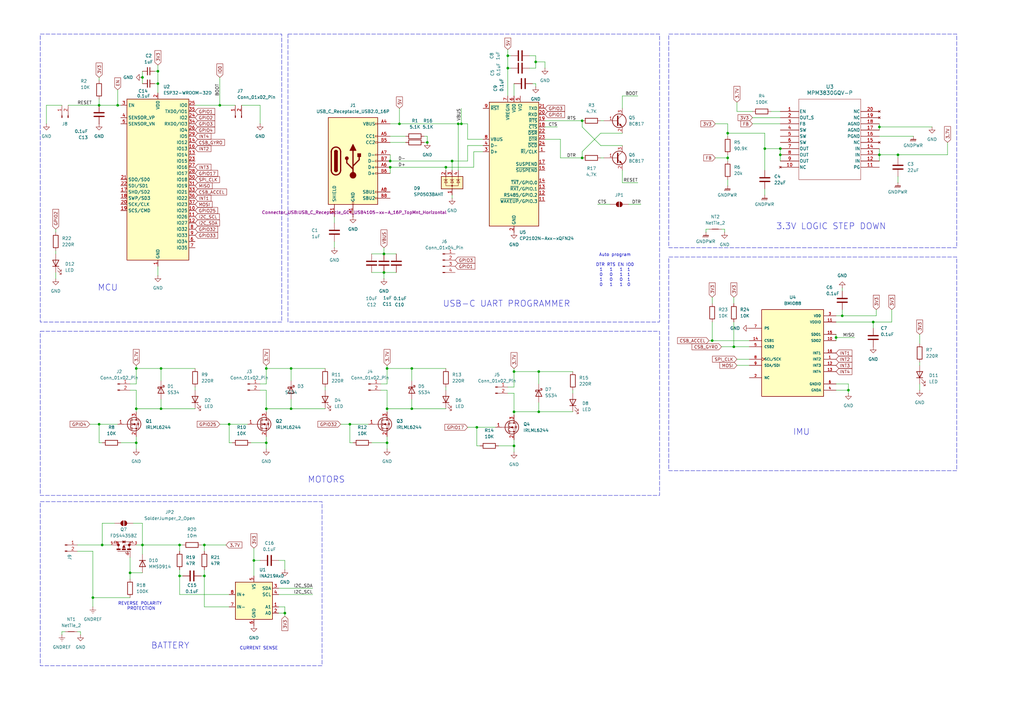
<source format=kicad_sch>
(kicad_sch (version 20231120) (generator "eeschema") (generator_version "8.0")
  (paper "A3")
  (junction (at 238.76 64.77))
  (junction (at 41.91 223.52))
  (junction (at 104.14 229.87))
  (junction (at 109.22 167.64))
  (junction (at 175.26 58.42))
  (junction (at 358.14 132.08))
  (junction (at 73.66 223.52))
  (junction (at 64.77 29.21))
  (junction (at 163.83 50.8))
  (junction (at 238.76 49.53))
  (junction (at 38.1 245.11))
  (junction (at 368.3 63.5))
  (junction (at 66.04 167.64))
  (junction (at 182.88 68.58))
  (junction (at 298.45 54.61))
  (junction (at 160.02 66.04))
  (junction (at 160.02 68.58))
  (junction (at 53.34 234.95))
  (junction (at 360.68 52.07))
  (junction (at 64.77 34.29))
  (junction (at 195.58 175.26))
  (junction (at 90.17 43.18))
  (junction (at 158.75 151.13))
  (junction (at 55.88 181.61))
  (junction (at 208.28 22.86))
  (junction (at 168.91 167.64))
  (junction (at 320.04 63.5))
  (junction (at 109.22 151.13))
  (junction (at 208.28 27.94))
  (junction (at 347.98 160.02))
  (junction (at 58.42 31.75))
  (junction (at 168.91 151.13))
  (junction (at 157.48 104.14))
  (junction (at 292.1 139.7))
  (junction (at 58.42 223.52))
  (junction (at 342.9 138.43))
  (junction (at 187.96 50.8))
  (junction (at 220.98 152.4))
  (junction (at 300.99 142.24))
  (junction (at 83.82 236.22))
  (junction (at 210.82 152.4))
  (junction (at 40.64 43.18))
  (junction (at 48.26 43.18))
  (junction (at 298.45 64.77))
  (junction (at 55.88 167.64))
  (junction (at 360.68 63.5))
  (junction (at 109.22 181.61))
  (junction (at 158.75 167.64))
  (junction (at 320.04 60.96))
  (junction (at 119.38 151.13))
  (junction (at 210.82 182.88))
  (junction (at 119.38 167.64))
  (junction (at 313.69 60.96))
  (junction (at 220.98 168.91))
  (junction (at 93.98 173.99))
  (junction (at 83.82 223.52))
  (junction (at 219.71 25.4))
  (junction (at 158.75 181.61))
  (junction (at 73.66 236.22))
  (junction (at 143.51 173.99))
  (junction (at 345.44 129.54))
  (junction (at 189.23 50.8))
  (junction (at 66.04 151.13))
  (junction (at 40.64 173.99))
  (junction (at 185.42 66.04))
  (junction (at 116.84 251.46))
  (junction (at 210.82 168.91))
  (junction (at 55.88 151.13))
  (junction (at 157.48 111.76))
  (wire (pts (xy 191.77 57.15) (xy 198.12 57.15)))
  (wire (pts (xy 293.37 50.8) (xy 298.45 50.8)))
  (wire (pts (xy 196.85 182.88) (xy 195.58 182.88)))
  (wire (pts (xy 229.87 64.77) (xy 238.76 64.77)))
  (wire (pts (xy 210.82 168.91) (xy 210.82 170.18)))
  (wire (pts (xy 360.68 52.07) (xy 360.68 50.8)))
  (wire (pts (xy 48.26 43.18) (xy 49.53 43.18)))
  (wire (pts (xy 40.64 181.61) (xy 40.64 173.99)))
  (wire (pts (xy 358.14 132.08) (xy 365.76 132.08)))
  (wire (pts (xy 175.26 55.88) (xy 173.99 55.88)))
  (wire (pts (xy 187.96 50.8) (xy 187.96 69.85)))
  (wire (pts (xy 297.18 95.25) (xy 297.18 93.98)))
  (wire (pts (xy 114.3 251.46) (xy 116.84 251.46)))
  (wire (pts (xy 194.31 68.58) (xy 194.31 62.23)))
  (wire (pts (xy 66.04 151.13) (xy 66.04 156.21)))
  (wire (pts (xy 38.1 248.92) (xy 38.1 245.11)))
  (wire (pts (xy 246.38 49.53) (xy 247.65 49.53)))
  (wire (pts (xy 313.69 60.96) (xy 320.04 60.96)))
  (wire (pts (xy 223.52 25.4) (xy 219.71 25.4)))
  (wire (pts (xy 261.62 39.37) (xy 255.27 39.37)))
  (wire (pts (xy 143.51 181.61) (xy 143.51 173.99)))
  (wire (pts (xy 302.26 45.72) (xy 302.26 41.91)))
  (wire (pts (xy 210.82 152.4) (xy 220.98 152.4)))
  (wire (pts (xy 55.88 223.52) (xy 58.42 223.52)))
  (wire (pts (xy 255.27 54.61) (xy 246.38 54.61)))
  (wire (pts (xy 55.88 179.07) (xy 55.88 181.61)))
  (wire (pts (xy 298.45 50.8) (xy 298.45 54.61)))
  (wire (pts (xy 55.88 160.02) (xy 55.88 167.64)))
  (wire (pts (xy 116.84 252.73) (xy 116.84 251.46)))
  (wire (pts (xy 189.23 44.45) (xy 189.23 50.8)))
  (wire (pts (xy 40.64 173.99) (xy 48.26 173.99)))
  (wire (pts (xy 365.76 132.08) (xy 365.76 127)))
  (wire (pts (xy 298.45 64.77) (xy 298.45 66.04)))
  (wire (pts (xy 22.86 95.25) (xy 22.86 93.98)))
  (wire (pts (xy 210.82 151.13) (xy 210.82 152.4)))
  (wire (pts (xy 49.53 181.61) (xy 55.88 181.61)))
  (wire (pts (xy 82.55 223.52) (xy 83.82 223.52)))
  (wire (pts (xy 55.88 151.13) (xy 66.04 151.13)))
  (wire (pts (xy 55.88 151.13) (xy 55.88 157.48)))
  (wire (pts (xy 245.11 83.82) (xy 250.19 83.82)))
  (wire (pts (xy 208.28 20.32) (xy 208.28 22.86)))
  (wire (pts (xy 255.27 74.93) (xy 255.27 69.85)))
  (wire (pts (xy 191.77 59.69) (xy 198.12 59.69)))
  (wire (pts (xy 194.31 62.23) (xy 198.12 62.23)))
  (wire (pts (xy 308.61 50.8) (xy 320.04 50.8)))
  (wire (pts (xy 388.62 63.5) (xy 388.62 58.42)))
  (wire (pts (xy 209.55 22.86) (xy 208.28 22.86)))
  (wire (pts (xy 219.71 22.86) (xy 219.71 25.4)))
  (wire (pts (xy 223.52 57.15) (xy 229.87 57.15)))
  (wire (pts (xy 54.61 214.63) (xy 58.42 214.63)))
  (wire (pts (xy 298.45 63.5) (xy 298.45 64.77)))
  (wire (pts (xy 238.76 62.23) (xy 238.76 64.77)))
  (wire (pts (xy 160.02 68.58) (xy 182.88 68.58)))
  (wire (pts (xy 257.81 83.82) (xy 262.89 83.82)))
  (wire (pts (xy 229.87 57.15) (xy 229.87 64.77)))
  (wire (pts (xy 220.98 152.4) (xy 220.98 157.48)))
  (wire (pts (xy 234.95 160.02) (xy 234.95 161.29)))
  (wire (pts (xy 73.66 236.22) (xy 73.66 243.84)))
  (wire (pts (xy 342.9 138.43) (xy 342.9 139.7)))
  (wire (pts (xy 168.91 151.13) (xy 168.91 156.21)))
  (wire (pts (xy 41.91 181.61) (xy 40.64 181.61)))
  (wire (pts (xy 208.28 27.94) (xy 208.28 39.37)))
  (wire (pts (xy 83.82 236.22) (xy 82.55 236.22)))
  (wire (pts (xy 58.42 223.52) (xy 73.66 223.52)))
  (wire (pts (xy 53.34 234.95) (xy 53.34 237.49)))
  (wire (pts (xy 119.38 151.13) (xy 119.38 156.21)))
  (wire (pts (xy 158.75 181.61) (xy 158.75 184.15)))
  (wire (pts (xy 80.01 43.18) (xy 90.17 43.18)))
  (wire (pts (xy 368.3 64.77) (xy 368.3 63.5)))
  (wire (pts (xy 152.4 181.61) (xy 158.75 181.61)))
  (wire (pts (xy 53.34 228.6) (xy 53.34 234.95)))
  (wire (pts (xy 342.9 160.02) (xy 347.98 160.02)))
  (wire (pts (xy 182.88 68.58) (xy 194.31 68.58)))
  (wire (pts (xy 342.9 132.08) (xy 358.14 132.08)))
  (wire (pts (xy 38.1 245.11) (xy 53.34 245.11)))
  (wire (pts (xy 320.04 60.96) (xy 320.04 63.5)))
  (wire (pts (xy 41.91 214.63) (xy 41.91 223.52)))
  (wire (pts (xy 109.22 151.13) (xy 109.22 157.48)))
  (wire (pts (xy 300.99 121.92) (xy 300.99 124.46)))
  (wire (pts (xy 189.23 50.8) (xy 191.77 50.8)))
  (wire (pts (xy 158.75 149.86) (xy 158.75 151.13)))
  (wire (pts (xy 210.82 161.29) (xy 210.82 168.91)))
  (wire (pts (xy 185.42 66.04) (xy 185.42 69.85)))
  (wire (pts (xy 160.02 50.8) (xy 163.83 50.8)))
  (wire (pts (xy 342.9 138.43) (xy 350.52 138.43)))
  (wire (pts (xy 27.94 43.18) (xy 40.64 43.18)))
  (wire (pts (xy 168.91 163.83) (xy 168.91 167.64)))
  (wire (pts (xy 208.28 161.29) (xy 210.82 161.29)))
  (wire (pts (xy 160.02 63.5) (xy 160.02 66.04)))
  (wire (pts (xy 191.77 66.04) (xy 191.77 59.69)))
  (wire (pts (xy 40.64 31.75) (xy 40.64 33.02)))
  (wire (pts (xy 83.82 233.68) (xy 83.82 236.22)))
  (wire (pts (xy 36.83 173.99) (xy 40.64 173.99)))
  (wire (pts (xy 95.25 181.61) (xy 93.98 181.61)))
  (wire (pts (xy 109.22 157.48) (xy 106.68 157.48)))
  (wire (pts (xy 55.88 181.61) (xy 55.88 184.15)))
  (wire (pts (xy 298.45 54.61) (xy 313.69 54.61)))
  (wire (pts (xy 220.98 165.1) (xy 220.98 168.91)))
  (wire (pts (xy 345.44 127) (xy 345.44 129.54)))
  (wire (pts (xy 185.42 80.01) (xy 185.42 81.28)))
  (wire (pts (xy 158.75 151.13) (xy 158.75 157.48)))
  (wire (pts (xy 298.45 54.61) (xy 298.45 55.88)))
  (wire (pts (xy 210.82 34.29) (xy 210.82 39.37)))
  (wire (pts (xy 90.17 31.75) (xy 90.17 43.18)))
  (wire (pts (xy 359.41 127) (xy 359.41 129.54)))
  (wire (pts (xy 114.3 241.3) (xy 128.27 241.3)))
  (wire (pts (xy 158.75 167.64) (xy 168.91 167.64)))
  (wire (pts (xy 106.68 50.8) (xy 106.68 43.18)))
  (wire (pts (xy 368.3 72.39) (xy 368.3 74.93)))
  (wire (pts (xy 316.23 45.72) (xy 320.04 45.72)))
  (wire (pts (xy 360.68 63.5) (xy 360.68 66.04)))
  (wire (pts (xy 195.58 182.88) (xy 195.58 175.26)))
  (wire (pts (xy 73.66 233.68) (xy 73.66 236.22)))
  (wire (pts (xy 307.34 139.7) (xy 292.1 139.7)))
  (wire (pts (xy 137.16 99.06) (xy 137.16 101.6)))
  (wire (pts (xy 31.75 223.52) (xy 41.91 223.52)))
  (wire (pts (xy 33.02 259.08) (xy 31.75 259.08)))
  (wire (pts (xy 158.75 160.02) (xy 158.75 167.64)))
  (wire (pts (xy 133.35 151.13) (xy 119.38 151.13)))
  (wire (pts (xy 90.17 43.18) (xy 96.52 43.18)))
  (wire (pts (xy 160.02 66.04) (xy 185.42 66.04)))
  (wire (pts (xy 157.48 111.76) (xy 157.48 114.3)))
  (wire (pts (xy 19.05 43.18) (xy 19.05 50.8)))
  (wire (pts (xy 106.68 160.02) (xy 109.22 160.02)))
  (wire (pts (xy 163.83 44.45) (xy 163.83 50.8)))
  (wire (pts (xy 73.66 223.52) (xy 73.66 226.06)))
  (wire (pts (xy 300.99 132.08) (xy 300.99 142.24)))
  (wire (pts (xy 58.42 214.63) (xy 58.42 223.52)))
  (wire (pts (xy 58.42 31.75) (xy 58.42 34.29)))
  (wire (pts (xy 208.28 22.86) (xy 208.28 27.94)))
  (wire (pts (xy 360.68 52.07) (xy 360.68 53.34)))
  (wire (pts (xy 64.77 26.67) (xy 64.77 29.21)))
  (wire (pts (xy 48.26 36.83) (xy 48.26 43.18)))
  (wire (pts (xy 158.75 157.48) (xy 156.21 157.48)))
  (wire (pts (xy 238.76 52.07) (xy 246.38 59.69)))
  (wire (pts (xy 143.51 173.99) (xy 151.13 173.99)))
  (wire (pts (xy 144.78 181.61) (xy 143.51 181.61)))
  (wire (pts (xy 292.1 121.92) (xy 292.1 124.46)))
  (wire (pts (xy 347.98 160.02) (xy 347.98 157.48)))
  (wire (pts (xy 308.61 48.26) (xy 320.04 48.26)))
  (wire (pts (xy 25.4 259.08) (xy 26.67 259.08)))
  (wire (pts (xy 93.98 173.99) (xy 101.6 173.99)))
  (wire (pts (xy 25.4 260.35) (xy 25.4 259.08)))
  (wire (pts (xy 298.45 73.66) (xy 298.45 76.2)))
  (wire (pts (xy 300.99 142.24) (xy 295.91 142.24)))
  (wire (pts (xy 109.22 151.13) (xy 119.38 151.13)))
  (wire (pts (xy 342.9 129.54) (xy 345.44 129.54)))
  (wire (pts (xy 19.05 43.18) (xy 25.4 43.18)))
  (wire (pts (xy 182.88 158.75) (xy 182.88 160.02)))
  (wire (pts (xy 38.1 226.06) (xy 31.75 226.06)))
  (wire (pts (xy 377.19 149.86) (xy 377.19 148.59)))
  (wire (pts (xy 116.84 229.87) (xy 114.3 229.87)))
  (wire (pts (xy 163.83 50.8) (xy 187.96 50.8)))
  (wire (pts (xy 377.19 160.02) (xy 377.19 157.48)))
  (wire (pts (xy 347.98 161.29) (xy 347.98 160.02)))
  (wire (pts (xy 41.91 223.52) (xy 45.72 223.52)))
  (wire (pts (xy 90.17 173.99) (xy 93.98 173.99)))
  (wire (pts (xy 255.27 39.37) (xy 255.27 44.45)))
  (wire (pts (xy 109.22 149.86) (xy 109.22 151.13)))
  (wire (pts (xy 119.38 167.64) (xy 133.35 167.64)))
  (wire (pts (xy 360.68 63.5) (xy 368.3 63.5)))
  (wire (pts (xy 220.98 168.91) (xy 234.95 168.91)))
  (wire (pts (xy 80.01 151.13) (xy 66.04 151.13)))
  (wire (pts (xy 80.01 158.75) (xy 80.01 160.02)))
  (wire (pts (xy 66.04 167.64) (xy 80.01 167.64)))
  (wire (pts (xy 289.56 93.98) (xy 289.56 95.25)))
  (wire (pts (xy 83.82 236.22) (xy 83.82 248.92)))
  (wire (pts (xy 209.55 27.94) (xy 208.28 27.94)))
  (wire (pts (xy 223.52 49.53) (xy 238.76 49.53)))
  (wire (pts (xy 166.37 55.88) (xy 160.02 55.88)))
  (wire (pts (xy 345.44 118.11) (xy 345.44 119.38)))
  (wire (pts (xy 160.02 68.58) (xy 160.02 71.12)))
  (wire (pts (xy 22.86 104.14) (xy 22.86 102.87)))
  (wire (pts (xy 157.48 101.6) (xy 157.48 104.14)))
  (wire (pts (xy 64.77 29.21) (xy 64.77 34.29)))
  (wire (pts (xy 292.1 132.08) (xy 292.1 139.7)))
  (wire (pts (xy 58.42 223.52) (xy 58.42 227.33)))
  (wire (pts (xy 152.4 104.14) (xy 157.48 104.14)))
  (wire (pts (xy 53.34 160.02) (xy 55.88 160.02)))
  (wire (pts (xy 40.64 43.18) (xy 48.26 43.18)))
  (wire (pts (xy 83.82 223.52) (xy 92.71 223.52)))
  (wire (pts (xy 166.37 58.42) (xy 160.02 58.42)))
  (wire (pts (xy 109.22 167.64) (xy 109.22 168.91)))
  (wire (pts (xy 246.38 64.77) (xy 247.65 64.77)))
  (wire (pts (xy 157.48 104.14) (xy 162.56 104.14)))
  (wire (pts (xy 358.14 132.08) (xy 358.14 134.62)))
  (wire (pts (xy 33.02 260.35) (xy 33.02 259.08)))
  (wire (pts (xy 210.82 180.34) (xy 210.82 182.88)))
  (wire (pts (xy 93.98 181.61) (xy 93.98 173.99)))
  (wire (pts (xy 73.66 243.84) (xy 93.98 243.84)))
  (wire (pts (xy 377.19 140.97) (xy 377.19 137.16)))
  (wire (pts (xy 302.26 147.32) (xy 307.34 147.32)))
  (wire (pts (xy 64.77 34.29) (xy 64.77 38.1)))
  (wire (pts (xy 368.3 63.5) (xy 388.62 63.5)))
  (wire (pts (xy 55.88 149.86) (xy 55.88 151.13)))
  (wire (pts (xy 360.68 60.96) (xy 360.68 63.5)))
  (wire (pts (xy 158.75 151.13) (xy 168.91 151.13)))
  (wire (pts (xy 137.16 88.9) (xy 137.16 91.44)))
  (wire (pts (xy 109.22 179.07) (xy 109.22 181.61)))
  (wire (pts (xy 58.42 29.21) (xy 58.42 31.75)))
  (wire (pts (xy 261.62 74.93) (xy 255.27 74.93)))
  (wire (pts (xy 219.71 25.4) (xy 219.71 27.94)))
  (wire (pts (xy 63.5 34.29) (xy 64.77 34.29)))
  (wire (pts (xy 191.77 175.26) (xy 195.58 175.26)))
  (wire (pts (xy 109.22 167.64) (xy 119.38 167.64)))
  (wire (pts (xy 182.88 68.58) (xy 182.88 69.85)))
  (wire (pts (xy 109.22 181.61) (xy 109.22 184.15)))
  (wire (pts (xy 290.83 93.98) (xy 289.56 93.98)))
  (wire (pts (xy 66.04 163.83) (xy 66.04 167.64)))
  (wire (pts (xy 152.4 111.76) (xy 157.48 111.76)))
  (wire (pts (xy 219.71 22.86) (xy 217.17 22.86)))
  (wire (pts (xy 320.04 63.5) (xy 320.04 66.04)))
  (wire (pts (xy 156.21 160.02) (xy 158.75 160.02)))
  (wire (pts (xy 116.84 248.92) (xy 114.3 248.92)))
  (wire (pts (xy 46.99 214.63) (xy 41.91 214.63)))
  (wire (pts (xy 219.71 27.94) (xy 217.17 27.94)))
  (wire (pts (xy 308.61 45.72) (xy 302.26 45.72)))
  (wire (pts (xy 223.52 27.94) (xy 223.52 25.4)))
  (wire (pts (xy 297.18 93.98) (xy 295.91 93.98)))
  (wire (pts (xy 104.14 224.79) (xy 104.14 229.87)))
  (wire (pts (xy 293.37 64.77) (xy 298.45 64.77)))
  (wire (pts (xy 22.86 114.3) (xy 22.86 111.76)))
  (wire (pts (xy 313.69 54.61) (xy 313.69 60.96)))
  (wire (pts (xy 109.22 160.02) (xy 109.22 167.64)))
  (wire (pts (xy 187.96 50.8) (xy 189.23 50.8)))
  (wire (pts (xy 63.5 29.21) (xy 64.77 29.21)))
  (wire (pts (xy 119.38 163.83) (xy 119.38 167.64)))
  (wire (pts (xy 55.88 167.64) (xy 55.88 168.91)))
  (wire (pts (xy 342.9 138.43) (xy 342.9 137.16)))
  (wire (pts (xy 114.3 243.84) (xy 128.27 243.84)))
  (wire (pts (xy 290.83 139.7) (xy 292.1 139.7)))
  (wire (pts (xy 73.66 236.22) (xy 74.93 236.22)))
  (wire (pts (xy 64.77 109.22) (xy 64.77 113.03)))
  (wire (pts (xy 234.95 152.4) (xy 220.98 152.4)))
  (wire (pts (xy 313.69 77.47) (xy 313.69 80.01)))
  (wire (pts (xy 307.34 142.24) (xy 300.99 142.24)))
  (wire (pts (xy 238.76 49.53) (xy 238.76 52.07)))
  (wire (pts (xy 158.75 179.07) (xy 158.75 181.61)))
  (wire (pts (xy 99.06 43.18) (xy 106.68 43.18)))
  (wire (pts (xy 204.47 182.88) (xy 210.82 182.88)))
  (wire (pts (xy 55.88 167.64) (xy 66.04 167.64)))
  (wire (pts (xy 345.44 129.54) (xy 359.41 129.54)))
  (wire (pts (xy 382.27 52.07) (xy 360.68 52.07)))
  (wire (pts (xy 302.26 149.86) (xy 307.34 149.86)))
  (wire (pts (xy 182.88 151.13) (xy 168.91 151.13)))
  (wire (pts (xy 175.26 58.42) (xy 173.99 58.42)))
  (wire (pts (xy 139.7 173.99) (xy 143.51 173.99)))
  (wire (pts (xy 313.69 60.96) (xy 313.69 69.85)))
  (wire (pts (xy 40.64 40.64) (xy 40.64 43.18)))
  (wire (pts (xy 175.26 58.42) (xy 175.26 55.88)))
  (wire (pts (xy 374.65 55.88) (xy 360.68 55.88)))
  (wire (pts (xy 158.75 167.64) (xy 158.75 168.91)))
  (wire (pts (xy 185.42 66.04) (xy 191.77 66.04)))
  (wire (pts (xy 347.98 157.48) (xy 342.9 157.48)))
  (wire (pts (xy 73.66 223.52) (xy 74.93 223.52)))
  (wire (pts (xy 223.52 52.07) (xy 228.6 52.07)))
  (wire (pts (xy 255.27 59.69) (xy 246.38 59.69)))
  (wire (pts (xy 102.87 181.61) (xy 109.22 181.61)))
  (wire (pts (xy 104.14 229.87) (xy 104.14 236.22)))
  (wire (pts (xy 53.34 234.95) (xy 58.42 234.95)))
  (wire (pts (xy 157.48 111.76) (xy 162.56 111.76)))
  (wire (pts (xy 210.82 182.88) (xy 210.82 185.42)))
  (wire (pts (xy 219.71 35.56) (xy 219.71 34.29)))
  (wire (pts (xy 116.84 233.68) (xy 116.84 229.87)))
  (wire (pts (xy 116.84 251.46) (xy 116.84 248.92)))
  (wire (pts (xy 55.88 157.48) (xy 53.34 157.48)))
  (wire (pts (xy 191.77 50.8) (xy 191.77 57.15)))
  (wire (pts (xy 246.38 54.61) (xy 238.76 62.23)))
  (wire (pts (xy 210.82 168.91) (xy 220.98 168.91)))
  (wire (pts (xy 210.82 152.4) (xy 210.82 158.75)))
  (wire (pts (xy 168.91 167.64) (xy 182.88 167.64)))
  (wire (pts (xy 195.58 175.26) (xy 203.2 175.26)))
  (wire (pts (xy 83.82 248.92) (xy 93.98 248.92)))
  (wire (pts (xy 38.1 226.06) (xy 38.1 245.11)))
  (wire (pts (xy 83.82 223.52) (xy 83.82 226.06)))
  (wire (pts (xy 210.82 158.75) (xy 208.28 158.75)))
  (wire (pts (xy 219.71 34.29) (xy 218.44 34.29)))
  (wire (pts (xy 133.35 158.75) (xy 133.35 160.02)))
  (wire (pts (xy 106.68 229.87) (xy 104.14 229.87)))
  (rectangle (start 274.32 13.97) (end 392.43 101.6) (stroke (width 0) (type dash)))
  (rectangle (start 274.32 105.41) (end 392.43 193.04) (stroke (width 0) (type dash)))
  (rectangle (start 16.51 205.74) (end 132.08 273.05) (stroke (width 0) (type dash)))
  (rectangle (start 16.51 13.97) (end 115.57 132.08) (stroke (width 0) (type dash)))
  (rectangle (start 118.11 13.97) (end 270.51 132.08) (stroke (width 0) (type dash)))
  (rectangle (start 16.51 135.89) (end 270.51 203.2) (stroke (width 0) (type dash)))
  (text "CURRENT SENSE" (at 106.172 265.938 0) (effects (font (size 1.27 1.27))))
  (text "MOTORS" (at 133.858 196.85 0) (effects (font (size 2.54 2.54))))
  (text "USB-C UART PROGRAMMER" (at 207.772 124.714 0) (effects (font (size 2.54 2.54))))
  (text "MCU" (at 44.196 118.11 0) (effects (font (size 2.54 2.54))))
  (text "REVERSE POLARITY \nPROTECTION" (at 57.912 248.666 0) (effects (font (size 1.27 1.27))))
  (text "BATTERY" (at 69.85 264.922 0) (effects (font (size 2.54 2.54))))
  (text "3.3V LOGIC STEP DOWN" (at 340.868 92.964 0) (effects (font (size 2.54 2.54))))
  (text "Auto program\n\nDTR RTS EN IO0\n1   1   1  1\n0   0   1  1\n1   0   0  1\n0   1   1  0" (at 252.222 110.744 0) (effects (font (size 1.27 1.27))))
  (text "IMU" (at 328.676 177.292 0) (effects (font (size 2.54 2.54))))
  (label "CTS" (at 228.6 52.07 180))
  (label "VBUS" (at 189.23 44.45 270))
  (label "D-" (at 166.37 66.04 180))
  (label "DTR" (at 236.22 64.77 180))
  (label "RESET" (at 261.62 74.93 180))
  (label "BOOT" (at 90.17 34.29 270))
  (label "I2C_SDA" (at 128.27 241.3 180))
  (label "CTS" (at 245.11 83.82 0))
  (label "RTS" (at 236.22 49.53 180))
  (label "D+" (at 166.37 68.58 180))
  (label "RESET" (at 31.75 43.18 0))
  (label "DTR" (at 262.89 83.82 180))
  (label "I2C_SCL" (at 128.27 243.84 180))
  (label "BOOT" (at 261.62 39.37 180))
  (label "MISO" (at 350.52 138.43 180))
  (global_label "GPIO4" (shape input) (at 36.83 173.99 180) (property "Intersheetrefs" "${INTERSHEET_REFS}" (effects (hide yes))))
  (global_label "GPIO2" (shape input) (at 80.01 48.26 0) (property "Intersheetrefs" "${INTERSHEET_REFS}" (effects (hide yes))))
  (global_label "GPIO25" (shape input) (at 90.17 173.99 180) (property "Intersheetrefs" "${INTERSHEET_REFS}" (effects (hide yes))))
  (global_label "3V3" (shape input) (at 104.14 224.79 90) (property "Intersheetrefs" "${INTERSHEET_REFS}" (effects (hide yes))))
  (global_label "CSB_GYRO" (shape input) (at 80.01 58.42 0) (property "Intersheetrefs" "${INTERSHEET_REFS}" (effects (hide yes))))
  (global_label "3.7V" (shape input) (at 109.22 149.86 90) (property "Intersheetrefs" "${INTERSHEET_REFS}" (effects (hide yes))))
  (global_label "SPI_CLK" (shape input) (at 302.26 147.32 180) (property "Intersheetrefs" "${INTERSHEET_REFS}" (effects (hide yes))))
  (global_label "EN" (shape input) (at 48.26 36.83 90) (property "Intersheetrefs" "${INTERSHEET_REFS}" (effects (hide yes))))
  (global_label "GPIO3" (shape input) (at 80.01 50.8 0) (property "Intersheetrefs" "${INTERSHEET_REFS}" (effects (hide yes))))
  (global_label "INT1" (shape input) (at 80.01 81.28 0) (property "Intersheetrefs" "${INTERSHEET_REFS}" (effects (hide yes))))
  (global_label "3.7V" (shape input) (at 210.82 151.13 90) (property "Intersheetrefs" "${INTERSHEET_REFS}" (effects (hide yes))))
  (global_label "GPIO2" (shape input) (at 22.86 93.98 90) (property "Intersheetrefs" "${INTERSHEET_REFS}" (effects (hide yes))))
  (global_label "INT4" (shape input) (at 342.9 152.4 0) (property "Intersheetrefs" "${INTERSHEET_REFS}" (effects (hide yes))))
  (global_label "MISO" (shape input) (at 80.01 76.2 0) (property "Intersheetrefs" "${INTERSHEET_REFS}" (effects (hide yes))))
  (global_label "FB" (shape input) (at 293.37 64.77 180) (property "Intersheetrefs" "${INTERSHEET_REFS}" (effects (hide yes))))
  (global_label "GPIO17" (shape input) (at 80.01 71.12 0) (property "Intersheetrefs" "${INTERSHEET_REFS}" (effects (hide yes))))
  (global_label "3.7V" (shape input) (at 388.62 58.42 90) (property "Intersheetrefs" "${INTERSHEET_REFS}" (effects (hide yes))))
  (global_label "GPIO1" (shape input) (at 186.69 109.22 0) (property "Intersheetrefs" "${INTERSHEET_REFS}" (effects (hide yes))))
  (global_label "GPIO3" (shape input) (at 223.52 44.45 0) (property "Intersheetrefs" "${INTERSHEET_REFS}" (effects (hide yes))))
  (global_label "3V3" (shape input) (at 300.99 121.92 90) (property "Intersheetrefs" "${INTERSHEET_REFS}" (effects (hide yes))))
  (global_label "5V" (shape input) (at 208.28 20.32 90) (property "Intersheetrefs" "${INTERSHEET_REFS}" (effects (hide yes))))
  (global_label "3V3" (shape input) (at 308.61 48.26 180) (property "Intersheetrefs" "${INTERSHEET_REFS}" (effects (hide yes))))
  (global_label "INT2" (shape input) (at 342.9 147.32 0) (property "Intersheetrefs" "${INTERSHEET_REFS}" (effects (hide yes))))
  (global_label "INT4" (shape input) (at 80.01 55.88 0) (property "Intersheetrefs" "${INTERSHEET_REFS}" (effects (hide yes))))
  (global_label "GPIO33" (shape input) (at 80.01 96.52 0) (property "Intersheetrefs" "${INTERSHEET_REFS}" (effects (hide yes))))
  (global_label "SPI_CLK" (shape input) (at 80.01 73.66 0) (property "Intersheetrefs" "${INTERSHEET_REFS}" (effects (hide yes))))
  (global_label "CSB_GYRO" (shape input) (at 295.91 142.24 180) (property "Intersheetrefs" "${INTERSHEET_REFS}" (effects (hide yes))))
  (global_label "3.7V" (shape input) (at 92.71 223.52 0) (property "Intersheetrefs" "${INTERSHEET_REFS}" (effects (hide yes))))
  (global_label "3V3" (shape input) (at 293.37 50.8 180) (property "Intersheetrefs" "${INTERSHEET_REFS}" (effects (hide yes))))
  (global_label "GPIO1" (shape input) (at 80.01 45.72 0) (property "Intersheetrefs" "${INTERSHEET_REFS}" (effects (hide yes))))
  (global_label "VBUS" (shape input) (at 157.48 101.6 90) (property "Intersheetrefs" "${INTERSHEET_REFS}" (effects (hide yes))))
  (global_label "INT3" (shape input) (at 80.01 68.58 0) (property "Intersheetrefs" "${INTERSHEET_REFS}" (effects (hide yes))))
  (global_label "3.7V" (shape input) (at 302.26 41.91 90) (property "Intersheetrefs" "${INTERSHEET_REFS}" (effects (hide yes))))
  (global_label "3V3" (shape input) (at 365.76 127 90) (property "Intersheetrefs" "${INTERSHEET_REFS}" (effects (hide yes))))
  (global_label "3V3" (shape input) (at 359.41 127 90) (property "Intersheetrefs" "${INTERSHEET_REFS}" (effects (hide yes))))
  (global_label "GPIO32" (shape input) (at 139.7 173.99 180) (property "Intersheetrefs" "${INTERSHEET_REFS}" (effects (hide yes))))
  (global_label "GPIO32" (shape input) (at 80.01 93.98 0) (property "Intersheetrefs" "${INTERSHEET_REFS}" (effects (hide yes))))
  (global_label "3.7V" (shape input) (at 55.88 149.86 90) (property "Intersheetrefs" "${INTERSHEET_REFS}" (effects (hide yes))))
  (global_label "MOSI" (shape input) (at 302.26 149.86 180) (property "Intersheetrefs" "${INTERSHEET_REFS}" (effects (hide yes))))
  (global_label "CSB_ACCEL" (shape input) (at 80.01 78.74 0) (property "Intersheetrefs" "${INTERSHEET_REFS}" (effects (hide yes))))
  (global_label "GPIO25" (shape input) (at 80.01 86.36 0) (property "Intersheetrefs" "${INTERSHEET_REFS}" (effects (hide yes))))
  (global_label "3V3" (shape input) (at 377.19 137.16 90) (property "Intersheetrefs" "${INTERSHEET_REFS}" (effects (hide yes))))
  (global_label "GPIO4" (shape input) (at 80.01 53.34 0) (property "Intersheetrefs" "${INTERSHEET_REFS}" (effects (hide yes))))
  (global_label "I2C_SDA" (shape input) (at 80.01 91.44 0) (property "Intersheetrefs" "${INTERSHEET_REFS}" (effects (hide yes))))
  (global_label "INT2" (shape input) (at 80.01 60.96 0) (property "Intersheetrefs" "${INTERSHEET_REFS}" (effects (hide yes))))
  (global_label "GPIO1" (shape input) (at 223.52 46.99 0) (property "Intersheetrefs" "${INTERSHEET_REFS}" (effects (hide yes))))
  (global_label "3V3" (shape input) (at 64.77 26.67 90) (property "Intersheetrefs" "${INTERSHEET_REFS}" (effects (hide yes))))
  (global_label "GPIO3" (shape input) (at 186.69 106.68 0) (property "Intersheetrefs" "${INTERSHEET_REFS}" (effects (hide yes))))
  (global_label "3.7V" (shape input) (at 158.75 149.86 90) (property "Intersheetrefs" "${INTERSHEET_REFS}" (effects (hide yes))))
  (global_label "GPIO17" (shape input) (at 191.77 175.26 180) (property "Intersheetrefs" "${INTERSHEET_REFS}" (effects (hide yes))))
  (global_label "3V3" (shape input) (at 292.1 121.92 90) (property "Intersheetrefs" "${INTERSHEET_REFS}" (effects (hide yes))))
  (global_label "CSB_ACCEL" (shape input) (at 290.83 139.7 180) (property "Intersheetrefs" "${INTERSHEET_REFS}" (effects (hide yes))))
  (global_label "INT3" (shape input) (at 342.9 149.86 0) (property "Intersheetrefs" "${INTERSHEET_REFS}" (effects (hide yes))))
  (global_label "3V3" (shape input) (at 116.84 252.73 270) (property "Intersheetrefs" "${INTERSHEET_REFS}" (effects (hide yes))))
  (global_label "5V" (shape input) (at 163.83 44.45 90) (property "Intersheetrefs" "${INTERSHEET_REFS}" (effects (hide yes))))
  (global_label "3V3" (shape input) (at 40.64 31.75 90) (property "Intersheetrefs" "${INTERSHEET_REFS}" (effects (hide yes))))
  (global_label "MOSI" (shape input) (at 80.01 83.82 0) (property "Intersheetrefs" "${INTERSHEET_REFS}" (effects (hide yes))))
  (global_label "INT1" (shape input) (at 342.9 144.78 0) (property "Intersheetrefs" "${INTERSHEET_REFS}" (effects (hide yes))))
  (global_label "I2C_SCL" (shape input) (at 80.01 88.9 0) (property "Intersheetrefs" "${INTERSHEET_REFS}" (effects (hide yes))))
  (global_label "IO0" (shape input) (at 90.17 31.75 90) (property "Intersheetrefs" "${INTERSHEET_REFS}" (effects (hide yes))))
  (global_label "FB" (shape input) (at 308.61 50.8 180) (property "Intersheetrefs" "${INTERSHEET_REFS}" (effects (hide yes))))
  (symbol (lib_id "power:GNDPWR") (at 289.56 95.25 0) (unit 1)
    (property "Reference" "#PWR034" (effects (hide yes)))
    (property "Value" "GNDPWR" (at 289.433 99.06 0))
    (property "Description" "Power symbol creates a global label with name \"GNDPWR\" , global ground" (effects (hide yes)))
  )
  (symbol (lib_id "Device:C") (at 157.48 107.95 180) (unit 1)
    (property "Reference" "C11" (at 160.782 124.714 0) (effects (justify left)))
    (property "Value" "1uF" (at 160.782 122.174 0) (effects (justify left)))
    (property "Footprint" "Capacitor_SMD:C_0603_1608Metric" (effects (hide yes)))
    (property "Description" "Unpolarized capacitor" (effects (hide yes)))
  )
  (symbol (lib_id "Connector:Conn_01x02_Pin") (at 48.26 157.48 0) (unit 1)
    (property "Reference" "J2" (at 48.895 152.4 0))
    (property "Value" "Conn_01x02_Pin" (at 48.895 154.94 0))
    (property "Footprint" "Connector_Hirose:Hirose_DF13-02P-1.25DSA_1x02_P1.25mm_Vertical" (effects (hide yes)))
    (property "Description" "Generic connector, single row, 01x02, script generated" (effects (hide yes)))
  )
  (symbol (lib_id "Sensor_Energy:INA219AxD") (at 104.14 246.38 0) (unit 1)
    (property "Reference" "U1" (at 106.3341 233.68 0) (effects (justify left)))
    (property "Value" "INA219AxD" (at 106.3341 236.22 0) (effects (justify left)))
    (property "Footprint" "Package_SO:SOIC-8_3.9x4.9mm_P1.27mm" (effects (hide yes)))
    (property "Datasheet" "http://www.ti.com/lit/ds/symlink/ina219.pdf" (effects (hide yes)))
    (property "Description" "Zero-Drift, Bidirectional Current/Power Monitor (0-26V) With I2C Interface, SOIC-8" (effects (hide yes)))
  )
  (symbol (lib_id "FDS4435BZ:FDS4435BZ") (at 50.8 223.52 90) (unit 1)
    (property "Reference" "Q7" (at 50.6947 217.17 90))
    (property "Value" "FDS4435BZ" (at 50.6947 219.71 90))
    (property "Footprint" "CoilgunLibrary:SO08-E3" (effects (hide yes)))
  )
  (symbol (lib_id "Transistor_FET:IRLML6244") (at 106.68 173.99 0) (unit 1)
    (property "Reference" "Q2" (at 113.03 172.7199 0) (effects (justify left)))
    (property "Value" "IRLML6244" (at 113.03 175.2599 0) (effects (justify left)))
    (property "Footprint" "Package_TO_SOT_SMD:SOT-23" (effects (hide yes)))
    (property "Datasheet" "https://www.infineon.com/dgdl/Infineon-IRLML6244-DataSheet-v01_01-EN.pdf?fileId=5546d462533600a4015356686fed261f" (effects (hide yes)))
    (property "Description" "6.3A Id, 20V Vds, 21mOhm Rds, N-Channel StrongIRFET Power MOSFET, SOT-23" (effects (hide yes)))
  )
  (symbol (lib_id "power:GNDPWR") (at 298.45 76.2 0) (unit 1)
    (property "Reference" "#PWR011" (effects (hide yes)))
    (property "Value" "GNDPWR" (at 298.323 80.01 0))
    (property "Description" "Power symbol creates a global label with name \"GNDPWR\" , global ground" (effects (hide yes)))
  )
  (symbol (lib_id "power:GNDPWR") (at 313.69 80.01 0) (unit 1)
    (property "Reference" "#PWR013" (effects (hide yes)))
    (property "Value" "GNDPWR" (at 313.563 83.82 0))
    (property "Description" "Power symbol creates a global label with name \"GNDPWR\" , global ground" (effects (hide yes)))
  )
  (symbol (lib_id "power:GND") (at 358.14 142.24 0) (unit 1)
    (property "Reference" "#PWR020" (effects (hide yes)))
    (property "Value" "GND" (at 358.14 147.32 0))
    (property "Description" "Power symbol creates a global label with name \"GND\" , ground" (effects (hide yes)))
  )
  (symbol (lib_id "Device:R") (at 182.88 154.94 0) (unit 1)
    (property "Reference" "R13" (at 185.42 153.6699 0) (effects (justify left)))
    (property "Value" "220R" (at 185.42 156.2099 0) (effects (justify left)))
    (property "Footprint" "Resistor_SMD:R_0603_1608Metric" (effects (hide yes)))
    (property "Description" "Resistor" (effects (hide yes)))
  )
  (symbol (lib_id "power:GND") (at 307.34 134.62 270) (unit 1)
    (property "Reference" "#PWR022" (effects (hide yes)))
    (property "Value" "GND" (at 303.53 134.6199 90) (effects (justify right)))
    (property "Description" "Power symbol creates a global label with name \"GND\" , ground" (effects (hide yes)))
  )
  (symbol (lib_id "Device:R") (at 300.99 128.27 0) (unit 1)
    (property "Reference" "R24" (at 303.53 126.9999 0) (effects (justify left)))
    (property "Value" "10K" (at 303.53 129.5399 0) (effects (justify left)))
    (property "Footprint" "Resistor_SMD:R_0603_1608Metric" (effects (hide yes)))
    (property "Description" "Resistor" (effects (hide yes)))
  )
  (symbol (lib_id "Device:R") (at 40.64 36.83 180) (unit 1)
    (property "Reference" "R2" (at 33.02 33.274 0) (effects (justify right)))
    (property "Value" "10K" (at 33.02 35.814 0) (effects (justify right)))
    (property "Footprint" "Resistor_SMD:R_0603_1608Metric" (effects (hide yes)))
    (property "Description" "Resistor" (effects (hide yes)))
  )
  (symbol (lib_id "power:GND") (at 382.27 52.07 0) (unit 1)
    (property "Reference" "#PWR012" (effects (hide yes)))
    (property "Value" "GND" (at 382.27 57.15 0))
    (property "Description" "Power symbol creates a global label with name \"GND\" , ground" (effects (hide yes)))
  )
  (symbol (lib_id "Device:R") (at 53.34 241.3 0) (unit 1)
    (property "Reference" "R18" (at 55.88 240.0299 0) (effects (justify left)))
    (property "Value" "100K" (at 55.88 242.5699 0) (effects (justify left)))
    (property "Footprint" "Resistor_SMD:R_0603_1608Metric" (effects (hide yes)))
    (property "Description" "Resistor" (effects (hide yes)))
  )
  (symbol (lib_id "Connector:Conn_01x02_Pin") (at 25.4 48.26 90) (unit 1)
    (property "Reference" "J8" (at 25.4 50.8 90) (effects (justify right)))
    (property "Value" "Conn_01x02_Pin" (effects (hide yes)))
    (property "Footprint" "Connector_PinHeader_2.54mm:PinHeader_1x02_P2.54mm_Vertical" (effects (hide yes)))
    (property "Description" "Generic connector, single row, 01x02, script generated" (effects (hide yes)))
  )
  (symbol (lib_id "Device:C") (at 313.69 73.66 0) (unit 1)
    (property "Reference" "C4" (at 317.5 72.3899 0) (effects (justify left)))
    (property "Value" "22uF" (at 317.5 74.9299 0) (effects (justify left)))
    (property "Footprint" "Capacitor_SMD:C_1210_3225Metric" (effects (hide yes)))
    (property "Description" "Unpolarized capacitor" (effects (hide yes)))
  )
  (symbol (lib_id "power:GND") (at 137.16 101.6 0) (unit 1)
    (property "Reference" "#PWR01" (effects (hide yes)))
    (property "Value" "GND" (at 137.16 106.68 0))
    (property "Description" "Power symbol creates a global label with name \"GND\" , ground" (effects (hide yes)))
  )
  (symbol (lib_id "Jumper:SolderJumper_2_Open") (at 254 83.82 180) (unit 1) (exclude_from_sim yes) (in_bom no)
    (property "Reference" "JP1" (at 254 80.01 0))
    (property "Value" "SolderJumper_2_Open" (effects (hide yes)))
    (property "Footprint" "Jumper:SolderJumper-2_P1.3mm_Open_RoundedPad1.0x1.5mm" (effects (hide yes)))
    (property "Description" "Solder Jumper, 2-pole, open" (effects (hide yes)))
  )
  (symbol (lib_id "power:GND") (at 345.44 118.11 180) (unit 1)
    (property "Reference" "#PWR019" (effects (hide yes)))
    (property "Value" "GND" (at 345.44 113.03 0))
    (property "Description" "Power symbol creates a global label with name \"GND\" , ground" (effects (hide yes)))
  )
  (symbol (lib_id "Transistor_FET:IRLML6244") (at 53.34 173.99 0) (unit 1)
    (property "Reference" "Q1" (at 59.69 172.7199 0) (effects (justify left)))
    (property "Value" "IRLML6244" (at 59.69 175.2599 0) (effects (justify left)))
    (property "Footprint" "Package_TO_SOT_SMD:SOT-23" (effects (hide yes)))
    (property "Datasheet" "https://www.infineon.com/dgdl/Infineon-IRLML6244-DataSheet-v01_01-EN.pdf?fileId=5546d462533600a4015356686fed261f" (effects (hide yes)))
    (property "Description" "6.3A Id, 20V Vds, 21mOhm Rds, N-Channel StrongIRFET Power MOSFET, SOT-23" (effects (hide yes)))
  )
  (symbol (lib_id "Diode:SS34") (at 119.38 160.02 270) (unit 1)
    (property "Reference" "D3" (at 121.92 158.4324 90) (effects (justify left)))
    (property "Value" "SS34" (at 121.92 160.9724 90) (effects (justify right)))
    (property "Footprint" "Diode_SMD:D_SMA" (effects (hide yes)))
    (property "Datasheet" "https://www.vishay.com/docs/88751/ss32.pdf" (effects (hide yes)))
    (property "Description" "40V 3A Schottky Diode, SMA" (effects (hide yes)))
  )
  (symbol (lib_id "Device:C") (at 368.3 68.58 0) (unit 1)
    (property "Reference" "C3" (at 372.11 67.3099 0) (effects (justify left)))
    (property "Value" "22uF" (at 372.11 69.8499 0) (effects (justify left)))
    (property "Footprint" "Capacitor_SMD:C_1210_3225Metric" (effects (hide yes)))
    (property "Description" "Unpolarized capacitor" (effects (hide yes)))
  )
  (symbol (lib_id "Device:R") (at 298.45 59.69 180) (unit 1)
    (property "Reference" "R5" (at 300.99 58.4199 0) (effects (justify right)))
    (property "Value" "90.9K" (at 300.99 60.9599 0) (effects (justify right)))
    (property "Footprint" "Resistor_SMD:R_0603_1608Metric" (effects (hide yes)))
    (property "Description" "Resistor" (effects (hide yes)))
  )
  (symbol (lib_id "Device:C_Small") (at 60.96 34.29 270) (unit 1)
    (property "Reference" "C14" (at 58.674 37.338 90))
    (property "Value" "0.1uF" (at 58.9216 39.37 90))
    (property "Footprint" "Capacitor_SMD:C_0603_1608Metric" (effects (hide yes)))
    (property "Description" "Unpolarized capacitor, small symbol" (effects (hide yes)))
  )
  (symbol (lib_id "Device:C") (at 213.36 27.94 90) (unit 1)
    (property "Reference" "C5" (at 201.93 31.242 0) (effects (justify left)))
    (property "Value" "0.1uF" (at 204.47 31.242 0) (effects (justify left)))
    (property "Footprint" "Capacitor_SMD:C_0603_1608Metric" (effects (hide yes)))
    (property "Description" "Unpolarized capacitor" (effects (hide yes)))
  )
  (symbol (lib_id "RF_Module:ESP32-WROOM-32D") (at 64.77 73.66 0) (unit 1)
    (property "Reference" "U2" (at 66.9641 35.56 0) (effects (justify left)))
    (property "Value" "ESP32-WROOM-32D" (at 66.9641 38.1 0) (effects (justify left)))
    (property "Footprint" "RF_Module:ESP32-WROOM-32D" (effects (hide yes)))
    (property "Datasheet" "https://www.espressif.com/sites/default/files/documentation/esp32-wroom-32d_esp32-wroom-32u_datasheet_en.pdf" (effects (hide yes)))
    (property "Description" "RF Module, ESP32-D0WD SoC, Wi-Fi 802.11b/g/n, Bluetooth, BLE, 32-bit, 2.7-3.6V, onboard antenna, SMD" (effects (hide yes)))
  )
  (symbol (lib_id "Device:LED") (at 182.88 163.83 90) (unit 1)
    (property "Reference" "D6" (at 186.69 164.1474 90) (effects (justify right)))
    (property "Value" "LED" (at 186.69 166.6874 90) (effects (justify right)))
    (property "Footprint" "LED_SMD:LED_0603_1608Metric" (effects (hide yes)))
    (property "Description" "Light emitting diode" (effects (hide yes)))
  )
  (symbol (lib_id "power:GNDPWR") (at 368.3 74.93 0) (unit 1)
    (property "Reference" "#PWR09" (effects (hide yes)))
    (property "Value" "GNDPWR" (at 368.173 78.74 0))
    (property "Description" "Power symbol creates a global label with name \"GNDPWR\" , global ground" (effects (hide yes)))
  )
  (symbol (lib_id "power:GND") (at 297.18 95.25 0) (unit 1)
    (property "Reference" "#PWR035" (effects (hide yes)))
    (property "Value" "GND" (at 297.18 100.33 0))
    (property "Description" "Power symbol creates a global label with name \"GND\" , ground" (effects (hide yes)))
  )
  (symbol (lib_id "Diode:SS34") (at 66.04 160.02 270) (unit 1)
    (property "Reference" "D1" (at 68.58 158.4324 90) (effects (justify left)))
    (property "Value" "SS34" (at 68.58 160.9724 90) (effects (justify left)))
    (property "Footprint" "Diode_SMD:D_SMA" (effects (hide yes)))
    (property "Datasheet" "https://www.vishay.com/docs/88751/ss32.pdf" (effects (hide yes)))
    (property "Description" "40V 3A Schottky Diode, SMA" (effects (hide yes)))
  )
  (symbol (lib_id "Device:C") (at 78.74 236.22 90) (unit 1)
    (property "Reference" "C15" (at 78.74 240.03 90))
    (property "Value" "0.1uF" (at 78.74 242.57 90))
    (property "Footprint" "Capacitor_SMD:C_0603_1608Metric" (effects (hide yes)))
    (property "Description" "Unpolarized capacitor" (effects (hide yes)))
  )
  (symbol (lib_id "Device:R") (at 99.06 181.61 90) (unit 1)
    (property "Reference" "R10" (at 99.06 175.26 90))
    (property "Value" "10K" (at 99.06 177.8 90))
    (property "Footprint" "Resistor_SMD:R_0603_1608Metric" (effects (hide yes)))
    (property "Description" "Resistor" (effects (hide yes)))
  )
  (symbol (lib_id "power:GNDPWR") (at 374.65 55.88 0) (unit 1)
    (property "Reference" "#PWR010" (effects (hide yes)))
    (property "Value" "GNDPWR" (at 374.523 59.69 0))
    (property "Description" "Power symbol creates a global label with name \"GNDPWR\" , global ground" (effects (hide yes)))
  )
  (symbol (lib_id "power:GND") (at 158.75 184.15 0) (unit 1)
    (property "Reference" "#PWR016" (effects (hide yes)))
    (property "Value" "GND" (at 158.75 189.23 0))
    (property "Description" "Power symbol creates a global label with name \"GND\" , ground" (effects (hide yes)))
  )
  (symbol (lib_id "Device:C") (at 137.16 95.25 0) (unit 1)
    (property "Reference" "C1" (at 127.762 94.488 0) (effects (justify left)))
    (property "Value" "1uF" (at 127.762 97.028 0) (effects (justify left)))
    (property "Footprint" "Capacitor_SMD:C_0603_1608Metric" (effects (hide yes)))
    (property "Description" "Unpolarized capacitor" (effects (hide yes)))
  )
  (symbol (lib_id "Device:C") (at 162.56 107.95 180) (unit 1)
    (property "Reference" "C10" (at 163.83 124.968 0))
    (property "Value" "0.1uF" (at 164.084 122.428 0))
    (property "Footprint" "Capacitor_SMD:C_0603_1608Metric" (effects (hide yes)))
    (property "Description" "Unpolarized capacitor" (effects (hide yes)))
  )
  (symbol (lib_id "power:GND") (at 64.77 113.03 0) (unit 1)
    (property "Reference" "#PWR07" (effects (hide yes)))
    (property "Value" "GND" (at 64.77 118.11 0))
    (property "Description" "Power symbol creates a global label with name \"GND\" , ground" (effects (hide yes)))
  )
  (symbol (lib_id "power:GND") (at 210.82 95.25 0) (unit 1)
    (property "Reference" "#PWR04" (effects (hide yes)))
    (property "Value" "GND" (at 210.82 100.33 0))
    (property "Description" "Power symbol creates a global label with name \"GND\" , ground" (effects (hide yes)))
  )
  (symbol (lib_id "Transistor_BJT:BC817") (at 252.73 64.77 0) (unit 1)
    (property "Reference" "Q6" (at 257.81 63.4999 0) (effects (justify left)))
    (property "Value" "BC817" (at 257.81 66.0399 0) (effects (justify left)))
    (property "Footprint" "Package_TO_SOT_SMD:SOT-23" (effects (hide yes)))
    (property "Datasheet" "https://www.onsemi.com/pub/Collateral/BC818-D.pdf" (effects (hide yes)))
    (property "Description" "0.8A Ic, 45V Vce, NPN Transistor, SOT-23" (effects (hide yes)))
  )
  (symbol (lib_id "Power_Protection:SP0503BAHT") (at 185.42 74.93 0) (unit 1)
    (property "Reference" "D9" (at 169.672 77.216 0) (effects (justify left)))
    (property "Value" "SP0503BAHT" (at 169.672 79.756 0) (effects (justify left)))
    (property "Footprint" "Package_TO_SOT_SMD:SOT-143" (effects (hide yes)))
    (property "Datasheet" "http://www.littelfuse.com/~/media/files/littelfuse/technical%20resources/documents/data%20sheets/sp05xxba.pdf" (effects (hide yes)))
    (property "Description" "TVS Diode Array, 5.5V Standoff, 3 Channels, SOT-143 package" (effects (hide yes)))
  )
  (symbol (lib_id "Device:R") (at 148.59 181.61 90) (unit 1)
    (property "Reference" "R12" (at 148.59 175.26 90))
    (property "Value" "10K" (at 148.59 177.8 90))
    (property "Footprint" "Resistor_SMD:R_0603_1608Metric" (effects (hide yes)))
    (property "Description" "Resistor" (effects (hide yes)))
  )
  (symbol (lib_id "power:GND") (at 347.98 161.29 0) (unit 1)
    (property "Reference" "#PWR021" (effects (hide yes)))
    (property "Value" "GND" (at 347.98 166.37 0))
    (property "Description" "Power symbol creates a global label with name \"GND\" , ground" (effects (hide yes)))
  )
  (symbol (lib_id "power:GND") (at 377.19 160.02 0) (unit 1)
    (property "Reference" "#PWR018" (effects (hide yes)))
    (property "Value" "GND" (at 377.19 165.1 0))
    (property "Description" "Power symbol creates a global label with name \"GND\" , ground" (effects (hide yes)))
  )
  (symbol (lib_id "Device:NetTie_2") (at 293.37 93.98 0) (unit 1) (in_bom no)
    (property "Reference" "NT2" (at 293.37 88.9 0))
    (property "Value" "NetTie_2" (at 293.37 91.44 0))
    (property "Footprint" "NetTie:NetTie-2_SMD_Pad0.5mm" (effects (hide yes)))
    (property "Description" "Net tie, 2 pins" (effects (hide yes)))
  )
  (symbol (lib_id "Device:LED") (at 133.35 163.83 90) (unit 1)
    (property "Reference" "D4" (at 137.16 164.1474 90) (effects (justify right)))
    (property "Value" "LED" (at 137.16 166.6874 90) (effects (justify right)))
    (property "Footprint" "LED_SMD:LED_0603_1608Metric" (effects (hide yes)))
    (property "Description" "Light emitting diode" (effects (hide yes)))
  )
  (symbol (lib_id "Diode:MMSD914") (at 58.42 231.14 270) (unit 1)
    (property "Reference" "D10" (at 60.96 229.8699 90) (effects (justify left)))
    (property "Value" "MMSD914" (at 60.96 232.4099 90) (effects (justify left)))
    (property "Footprint" "Diode_SMD:D_SOD-123" (effects (hide yes)))
    (property "Datasheet" "https://www.onsemi.com/pub/Collateral/MMSD914T1-D.PDF" (effects (hide yes)))
    (property "Description" "100V 0.2A Switching Diode, SOD-123" (effects (hide yes)))
    (property "Sim.Device" "D" (effects (hide yes)))
    (property "Sim.Pins" "1=K 2=A" (effects (hide yes)))
  )
  (symbol (lib_id "Device:C") (at 358.14 138.43 0) (unit 1)
    (property "Reference" "C7" (at 361.188 134.62 0) (effects (justify left)))
    (property "Value" "0.1uF" (at 361.188 137.16 0) (effects (justify left)))
    (property "Footprint" "Capacitor_SMD:C_0603_1608Metric" (effects (hide yes)))
    (property "Description" "Unpolarized capacitor" (effects (hide yes)))
  )
  (symbol (lib_id "Device:R") (at 78.74 223.52 90) (unit 1)
    (property "Reference" "R20" (at 78.74 217.17 90))
    (property "Value" "10m" (at 78.74 219.71 90))
    (property "Footprint" "Resistor_SMD:R_0805_2012Metric" (effects (hide yes)))
    (property "Description" "Resistor" (effects (hide yes)))
  )
  (symbol (lib_id "Device:R") (at 200.66 182.88 90) (unit 1)
    (property "Reference" "R14" (at 200.66 176.53 90))
    (property "Value" "10K" (at 200.66 179.07 90))
    (property "Footprint" "Resistor_SMD:R_0603_1608Metric" (effects (hide yes)))
    (property "Description" "Resistor" (effects (hide yes)))
  )
  (symbol (lib_id "power:GNDREF") (at 38.1 248.92 0) (unit 1)
    (property "Reference" "#PWR028" (effects (hide yes)))
    (property "Value" "GNDREF" (at 38.1 254 0))
    (property "Description" "Power symbol creates a global label with name \"GNDREF\" , reference supply ground" (effects (hide yes)))
  )
  (symbol (lib_id "Device:C") (at 213.36 22.86 90) (unit 1)
    (property "Reference" "C8" (at 201.676 22.86 0))
    (property "Value" "1uF" (at 204.216 22.86 0))
    (property "Footprint" "Capacitor_SMD:C_0603_1608Metric" (effects (hide yes)))
    (property "Description" "Unpolarized capacitor" (effects (hide yes)))
  )
  (symbol (lib_id "power:GND") (at 185.42 81.28 0) (unit 1)
    (property "Reference" "#PWR023" (effects (hide yes)))
    (property "Value" "GND" (at 185.42 86.36 0))
    (property "Description" "Power symbol creates a global label with name \"GND\" , ground" (effects (hide yes)))
  )
  (symbol (lib_id "Device:C") (at 110.49 229.87 90) (unit 1)
    (property "Reference" "C16" (at 110.49 222.758 90))
    (property "Value" "0.1uF" (at 110.49 225.298 90))
    (property "Footprint" "Capacitor_SMD:C_0603_1608Metric" (effects (hide yes)))
    (property "Description" "Unpolarized capacitor" (effects (hide yes)))
  )
  (symbol (lib_id "power:GND") (at 106.68 50.8 0) (unit 1)
    (property "Reference" "#PWR08" (effects (hide yes)))
    (property "Value" "GND" (at 106.68 55.88 0))
    (property "Description" "Power symbol creates a global label with name \"GND\" , ground" (effects (hide yes)))
  )
  (symbol (lib_id "power:GND") (at 19.05 50.8 0) (unit 1)
    (property "Reference" "#PWR05" (effects (hide yes)))
    (property "Value" "GND" (at 19.05 55.88 0))
    (property "Description" "Power symbol creates a global label with name \"GND\" , ground" (effects (hide yes)))
  )
  (symbol (lib_id "Device:R") (at 73.66 229.87 0) (unit 1)
    (property "Reference" "R19" (at 76.2 228.5999 0) (effects (justify left)))
    (property "Value" "47R" (at 76.2 231.1399 0) (effects (justify left)))
    (property "Footprint" "Resistor_SMD:R_0603_1608Metric" (effects (hide yes)))
    (property "Description" "Resistor" (effects (hide yes)))
  )
  (symbol (lib_id "Device:C") (at 214.63 34.29 90) (unit 1)
    (property "Reference" "C9" (at 203.2 37.592 0) (effects (justify left)))
    (property "Value" "0.1uF" (at 205.74 37.592 0) (effects (justify left)))
    (property "Footprint" "Capacitor_SMD:C_0603_1608Metric" (effects (hide yes)))
    (property "Description" "Unpolarized capacitor" (effects (hide yes)))
  )
  (symbol (lib_id "power:GND") (at 104.14 256.54 0) (unit 1)
    (property "Reference" "#PWR029" (effects (hide yes)))
    (property "Value" "GND" (at 104.14 261.62 0))
    (property "Description" "Power symbol creates a global label with name \"GND\" , ground" (effects (hide yes)))
  )
  (symbol (lib_id "Device:R") (at 83.82 229.87 0) (unit 1)
    (property "Reference" "R21" (at 86.36 228.5999 0) (effects (justify left)))
    (property "Value" "47R" (at 86.36 231.1399 0) (effects (justify left)))
    (property "Footprint" "Resistor_SMD:R_0603_1608Metric" (effects (hide yes)))
    (property "Description" "Resistor" (effects (hide yes)))
  )
  (symbol (lib_id "Transistor_FET:IRLML6244") (at 208.28 175.26 0) (unit 1)
    (property "Reference" "Q4" (at 214.63 173.9899 0) (effects (justify left)))
    (property "Value" "IRLML6244" (at 214.63 176.5299 0) (effects (justify left)))
    (property "Footprint" "Package_TO_SOT_SMD:SOT-23" (effects (hide yes)))
    (property "Datasheet" "https://www.infineon.com/dgdl/Infineon-IRLML6244-DataSheet-v01_01-EN.pdf?fileId=5546d462533600a4015356686fed261f" (effects (hide yes)))
    (property "Description" "6.3A Id, 20V Vds, 21mOhm Rds, N-Channel StrongIRFET Power MOSFET, SOT-23" (effects (hide yes)))
  )
  (symbol (lib_id "Connector:Conn_01x02_Pin") (at 96.52 48.26 90) (unit 1)
    (property "Reference" "J7" (at 97.282 37.338 90) (effects (justify right)))
    (property "Value" "Conn_01x02_Pin" (at 97.282 39.878 90) (effects (justify right)))
    (property "Footprint" "Connector_PinHeader_2.54mm:PinHeader_1x02_P2.54mm_Vertical" (effects (hide yes)))
    (property "Description" "Generic connector, single row, 01x02, script generated" (effects (hide yes)))
  )
  (symbol (lib_id "Connector:Conn_01x02_Pin") (at 101.6 157.48 0) (unit 1)
    (property "Reference" "J3" (at 102.235 152.4 0))
    (property "Value" "Conn_01x02_Pin" (at 102.235 154.94 0))
    (property "Footprint" "Connector_Hirose:Hirose_DF13-02P-1.25DSA_1x02_P1.25mm_Vertical" (effects (hide yes)))
    (property "Description" "Generic connector, single row, 01x02, script generated" (effects (hide yes)))
  )
  (symbol (lib_id "power:GND") (at 33.02 260.35 0) (unit 1)
    (property "Reference" "#PWR033" (effects (hide yes)))
    (property "Value" "GND" (at 33.02 265.43 0))
    (property "Description" "Power symbol creates a global label with name \"GND\" , ground" (effects (hide yes)))
  )
  (symbol (lib_id "power:GND") (at 58.42 31.75 270) (unit 1)
    (property "Reference" "#PWR06" (effects (hide yes)))
    (property "Value" "GND" (at 54.61 31.7499 90) (effects (justify right)))
    (property "Description" "Power symbol creates a global label with name \"GND\" , ground" (effects (hide yes)))
  )
  (symbol (lib_id "Device:LED") (at 377.19 153.67 90) (unit 1)
    (property "Reference" "D11" (at 381 153.9874 90) (effects (justify right)))
    (property "Value" "LED" (at 381 156.5274 90) (effects (justify right)))
    (property "Footprint" "LED_SMD:LED_0603_1608Metric" (effects (hide yes)))
    (property "Description" "Light emitting diode" (effects (hide yes)))
  )
  (symbol (lib_id "Device:R") (at 298.45 69.85 180) (unit 1)
    (property "Reference" "R6" (at 300.99 68.5799 0) (effects (justify right)))
    (property "Value" "20k" (at 300.99 71.1199 0) (effects (justify right)))
    (property "Footprint" "Resistor_SMD:R_0603_1608Metric" (effects (hide yes)))
    (property "Description" "Resistor" (effects (hide yes)))
  )
  (symbol (lib_id "power:GND") (at 116.84 233.68 0) (unit 1)
    (property "Reference" "#PWR030" (effects (hide yes)))
    (property "Value" "GND" (at 116.84 238.76 0))
    (property "Description" "Power symbol creates a global label with name \"GND\" , ground" (effects (hide yes)))
  )
  (symbol (lib_id "Device:LED") (at 234.95 165.1 90) (unit 1)
    (property "Reference" "D8" (at 238.76 165.4174 90) (effects (justify right)))
    (property "Value" "LED" (at 238.76 167.9574 90) (effects (justify right)))
    (property "Footprint" "LED_SMD:LED_0603_1608Metric" (effects (hide yes)))
    (property "Description" "Light emitting diode" (effects (hide yes)))
  )
  (symbol (lib_id "Device:R") (at 242.57 64.77 90) (unit 1)
    (property "Reference" "R17" (at 242.57 69.088 90))
    (property "Value" "4.7K" (at 242.57 71.628 90))
    (property "Footprint" "Resistor_SMD:R_0603_1608Metric" (effects (hide yes)))
    (property "Description" "Resistor" (effects (hide yes)))
  )
  (symbol (lib_id "power:GND") (at 157.48 114.3 0) (unit 1)
    (property "Reference" "#PWR026" (effects (hide yes)))
    (property "Value" "GND" (at 157.48 119.38 0))
    (property "Description" "Power symbol creates a global label with name \"GND\" , ground" (effects (hide yes)))
  )
  (symbol (lib_id "Device:R") (at 45.72 181.61 90) (unit 1)
    (property "Reference" "R8" (at 45.72 175.26 90))
    (property "Value" "10K" (at 45.72 177.8 90))
    (property "Footprint" "Resistor_SMD:R_0603_1608Metric" (effects (hide yes)))
    (property "Description" "Resistor" (effects (hide yes)))
  )
  (symbol (lib_id "Connector:Conn_01x02_Pin") (at 151.13 157.48 0) (unit 1)
    (property "Reference" "J4" (at 151.765 152.4 0))
    (property "Value" "Conn_01x02_Pin" (at 151.765 154.94 0))
    (property "Footprint" "Connector_Hirose:Hirose_DF13-02P-1.25DSA_1x02_P1.25mm_Vertical" (effects (hide yes)))
    (property "Description" "Generic connector, single row, 01x02, script generated" (effects (hide yes)))
  )
  (symbol (lib_id "Transistor_BJT:BC817") (at 252.73 49.53 0) (unit 1)
    (property "Reference" "Q5" (at 257.81 48.2599 0) (effects (justify left)))
    (property "Value" "BC817" (at 257.81 50.7999 0) (effects (justify left)))
    (property "Footprint" "Package_TO_SOT_SMD:SOT-23" (effects (hide yes)))
    (property "Datasheet" "https://www.onsemi.com/pub/Collateral/BC818-D.pdf" (effects (hide yes)))
    (property "Description" "0.8A Ic, 45V Vce, NPN Transistor, SOT-23" (effects (hide yes)))
  )
  (symbol (lib_id "Jumper:SolderJumper_2_Open") (at 50.8 214.63 0) (unit 1) (exclude_from_sim yes) (in_bom no)
    (property "Reference" "JP2" (at 69.596 210.058 0))
    (property "Value" "SolderJumper_2_Open" (at 69.596 212.598 0))
    (property "Footprint" "Jumper:SolderJumper-2_P1.3mm_Open_Pad1.0x1.5mm" (effects (hide yes)))
    (property "Description" "Solder Jumper, 2-pole, open" (effects (hide yes)))
  )
  (symbol (lib_id "Device:R") (at 170.18 58.42 90) (unit 1)
    (property "Reference" "R16" (at 175.514 49.53 90))
    (property "Value" "5.1K" (at 175.514 52.07 90))
    (property "Footprint" "Resistor_SMD:R_0603_1608Metric" (effects (hide yes)))
    (property "Description" "Resistor" (effects (hide yes)))
  )
  (symbol (lib_id "power:GND") (at 223.52 27.94 0) (unit 1)
    (property "Reference" "#PWR025" (effects (hide yes)))
    (property "Value" "GND" (at 223.52 33.02 0))
    (property "Description" "Power symbol creates a global label with name \"GND\" , ground" (effects (hide yes)))
  )
  (symbol (lib_id "Connector:Conn_01x02_Pin") (at 26.67 223.52 0) (unit 1)
    (property "Reference" "J9" (at 28.5751 227.33 90) (effects (justify right)))
    (property "Value" "Conn_01x02_Pin" (effects (hide yes)))
    (property "Footprint" "Connector_JST:JST_XH_S2B-XH-A-1_1x02_P2.50mm_Horizontal" (effects (hide yes)))
    (property "Description" "Generic connector, single row, 01x02, script generated" (effects (hide yes)))
  )
  (symbol (lib_id "BMI088:BMI088") (at 325.12 144.78 0) (unit 1)
    (property "Reference" "U4" (at 325.12 121.92 0))
    (property "Value" "BMI088" (at 325.12 124.46 0))
    (property "Footprint" "fc4footprints:PQFN50P450X300X100-16N" (effects (hide yes)))
    (property "MF" "Bosch Sensortec" (effects (hide yes)))
    (property "PURCHASE-URL" "https://pricing.snapeda.com/search/part/BMI088/?ref=eda" (effects (hide yes)))
    (property "PACKAGE" "VFLGA-16 Bosch Sensortec" (effects (hide yes)))
    (property "PRICE" "None" (effects (hide yes)))
    (property "MP" "BMI088" (effects (hide yes)))
    (property "AVAILABILITY" "In Stock" (effects (hide yes)))
    (property "DESCRIPTION" "Accelerometer, Gyroscope, 6 Axis Sensor I²C, SPI Output" (effects (hide yes)))
  )
  (symbol (lib_id "2025-11-28_22-58-53:MPM3830GQV-P") (at 320.04 45.72 0) (unit 1)
    (property "Reference" "U3" (at 340.36 35.56 0) (effects (font (size 1.524 1.524))))
    (property "Value" "MPM3830GQV-P" (at 340.36 38.1 0) (effects (font (size 1.524 1.524))))
    (property "Footprint" "fc4footprints:QFN3p0x5p0x1p6_MPM3830_MNP" (effects (hide yes)))
    (property "Datasheet" "https://www.monolithicpower.com/en/documentview/productdocument/index/version/2/document_type/Datasheet/lang/en/sku/MPM3830GQV-Z" (effects (hide yes)))
  )
  (symbol (lib_id "Device:R") (at 242.57 49.53 90) (unit 1)
    (property "Reference" "R3" (at 242.57 43.18 90))
    (property "Value" "4.7K" (at 242.57 45.72 90))
    (property "Footprint" "Resistor_SMD:R_0603_1608Metric" (effects (hide yes)))
    (property "Description" "Resistor" (effects (hide yes)))
  )
  (symbol (lib_id "Device:R") (at 312.42 45.72 90) (unit 1)
    (property "Reference" "R4" (at 312.42 39.37 90))
    (property "Value" "100K" (at 312.42 41.91 90))
    (property "Footprint" "Resistor_SMD:R_0603_1608Metric" (effects (hide yes)))
    (property "Description" "Resistor" (effects (hide yes)))
  )
  (symbol (lib_id "Device:C_Small") (at 60.96 29.21 270) (unit 1)
    (property "Reference" "C2" (at 60.9536 22.86 90))
    (property "Value" "1uF" (at 60.9536 25.4 90))
    (property "Footprint" "Capacitor_SMD:C_0603_1608Metric" (effects (hide yes)))
    (property "Description" "Unpolarized capacitor, small symbol" (effects (hide yes)))
  )
  (symbol (lib_id "power:GND") (at 210.82 185.42 0) (unit 1)
    (property "Reference" "#PWR017" (effects (hide yes)))
    (property "Value" "GND" (at 210.82 190.5 0))
    (property "Description" "Power symbol creates a global label with name \"GND\" , ground" (effects (hide yes)))
  )
  (symbol (lib_id "Device:C") (at 345.44 123.19 0) (unit 1)
    (property "Reference" "C6" (at 338.836 117.856 0) (effects (justify left)))
    (property "Value" "0.1uF" (at 338.836 120.396 0) (effects (justify left)))
    (property "Footprint" "Capacitor_SMD:C_0603_1608Metric" (effects (hide yes)))
    (property "Description" "Unpolarized capacitor" (effects (hide yes)))
  )
  (symbol (lib_id "Device:LED") (at 80.01 163.83 90) (unit 1)
    (property "Reference" "D2" (at 83.82 164.1474 90) (effects (justify right)))
    (property "Value" "LED" (at 83.82 166.6874 90) (effects (justify right)))
    (property "Footprint" "LED_SMD:LED_0603_1608Metric" (effects (hide yes)))
    (property "Description" "Light emitting diode" (effects (hide yes)))
  )
  (symbol (lib_id "power:GND") (at 55.88 184.15 0) (unit 1)
    (property "Reference" "#PWR014" (effects (hide yes)))
    (property "Value" "GND" (at 55.88 189.23 0))
    (property "Description" "Power symbol creates a global label with name \"GND\" , ground" (effects (hide yes)))
  )
  (symbol (lib_id "Connector:Conn_01x04_Pin") (at 181.61 106.68 0) (unit 1)
    (property "Reference" "J6" (at 182.245 99.06 0))
    (property "Value" "Conn_01x04_Pin" (at 182.245 101.6 0))
    (property "Footprint" "Connector_PinHeader_2.54mm:PinHeader_1x04_P2.54mm_Vertical" (effects (hide yes)))
    (property "Description" "Generic connector, single row, 01x04, script generated" (effects (hide yes)))
  )
  (symbol (lib_id "Device:R") (at 377.19 144.78 0) (unit 1)
    (property "Reference" "R7" (at 379.73 143.5099 0) (effects (justify left)))
    (property "Value" "220R" (at 379.73 146.0499 0) (effects (justify left)))
    (property "Footprint" "Resistor_SMD:R_0603_1608Metric" (effects (hide yes)))
    (property "Description" "Resistor" (effects (hide yes)))
  )
  (symbol (lib_id "power:GND") (at 109.22 184.15 0) (unit 1)
    (property "Reference" "#PWR015" (effects (hide yes)))
    (property "Value" "GND" (at 109.22 189.23 0))
    (property "Description" "Power symbol creates a global label with name \"GND\" , ground" (effects (hide yes)))
  )
  (symbol (lib_id "Connector:USB_C_Receptacle_USB2.0_16P") (at 144.78 66.04 0) (unit 1)
    (property "Reference" "J1" (at 144.78 43.18 0))
    (property "Value" "USB_C_Receptacle_USB2.0_16P" (at 144.78 45.72 0))
    (property "Footprint" "Connector_USB:USB_C_Receptacle_GCT_USB4105-xx-A_16P_TopMnt_Horizontal" (at 145.288 87.122 0))
    (property "Datasheet" "https://www.usb.org/sites/default/files/documents/usb_type-c.zip" (effects (hide yes)))
    (property "Description" "USB 2.0-only 16P Type-C Receptacle connector" (effects (hide yes)))
  )
  (symbol (lib_id "Transistor_FET:IRLML6244") (at 156.21 173.99 0) (unit 1)
    (property "Reference" "Q3" (at 162.56 172.7199 0) (effects (justify left)))
    (property "Value" "IRLML6244" (at 162.56 175.2599 0) (effects (justify left)))
    (property "Footprint" "Package_TO_SOT_SMD:SOT-23" (effects (hide yes)))
    (property "Datasheet" "https://www.infineon.com/dgdl/Infineon-IRLML6244-DataSheet-v01_01-EN.pdf?fileId=5546d462533600a4015356686fed261f" (effects (hide yes)))
    (property "Description" "6.3A Id, 20V Vds, 21mOhm Rds, N-Channel StrongIRFET Power MOSFET, SOT-23" (effects (hide yes)))
  )
  (symbol (lib_id "Device:R") (at 234.95 156.21 0) (unit 1)
    (property "Reference" "R15" (at 237.49 154.9399 0) (effects (justify left)))
    (property "Value" "220R" (at 237.49 157.4799 0) (effects (justify left)))
    (property "Footprint" "Resistor_SMD:R_0603_1608Metric" (effects (hide yes)))
    (property "Description" "Resistor" (effects (hide yes)))
  )
  (symbol (lib_id "Device:R") (at 80.01 154.94 0) (unit 1)
    (property "Reference" "R9" (at 82.55 153.6699 0) (effects (justify left)))
    (property "Value" "220R" (at 82.55 156.2099 0) (effects (justify left)))
    (property "Footprint" "Resistor_SMD:R_0603_1608Metric" (effects (hide yes)))
    (property "Description" "Resistor" (effects (hide yes)))
  )
  (symbol (lib_id "Device:LED") (at 22.86 107.95 90) (unit 1)
    (property "Reference" "D12" (at 26.67 108.2674 90) (effects (justify right)))
    (property "Value" "LED" (at 26.67 110.8074 90) (effects (justify right)))
    (property "Footprint" "LED_SMD:LED_0603_1608Metric" (effects (hide yes)))
    (property "Description" "Light emitting diode" (effects (hide yes)))
  )
  (symbol (lib_id "power:GND") (at 175.26 58.42 0) (unit 1)
    (property "Reference" "#PWR03" (effects (hide yes)))
    (property "Value" "GND" (at 175.26 63.5 0))
    (property "Description" "Power symbol creates a global label with name \"GND\" , ground" (effects (hide yes)))
  )
  (symbol (lib_id "Device:C") (at 40.64 46.99 180) (unit 1)
    (property "Reference" "C13" (at 36.068 56.388 0) (effects (justify left)))
    (property "Value" "0.1uF" (at 36.068 53.848 0) (effects (justify left)))
    (property "Footprint" "Capacitor_SMD:C_0603_1608Metric" (effects (hide yes)))
    (property "Description" "Unpolarized capacitor" (effects (hide yes)))
  )
  (symbol (lib_id "Device:R") (at 292.1 128.27 0) (unit 1)
    (property "Reference" "R23" (at 294.64 126.9999 0) (effects (justify left)))
    (property "Value" "10K" (at 294.64 129.5399 0) (effects (justify left)))
    (property "Footprint" "Resistor_SMD:R_0603_1608Metric" (effects (hide yes)))
    (property "Description" "Resistor" (effects (hide yes)))
  )
  (symbol (lib_id "Diode:SS34") (at 220.98 161.29 270) (unit 1)
    (property "Reference" "D7" (at 223.52 159.7024 90) (effects (justify left)))
    (property "Value" "SS34" (at 223.52 162.2424 90) (effects (justify left)))
    (property "Footprint" "Diode_SMD:D_SMA" (effects (hide yes)))
    (property "Datasheet" "https://www.vishay.com/docs/88751/ss32.pdf" (effects (hide yes)))
    (property "Description" "40V 3A Schottky Diode, SMA" (effects (hide yes)))
  )
  (symbol (lib_id "Connector:Conn_01x02_Pin") (at 203.2 158.75 0) (unit 1)
    (property "Reference" "J5" (at 203.835 153.67 0))
    (property "Value" "Conn_01x02_Pin" (at 203.835 156.21 0))
    (property "Footprint" "Connector_Hirose:Hirose_DF13-02P-1.25DSA_1x02_P1.25mm_Vertical" (effects (hide yes)))
    (property "Description" "Generic connector, single row, 01x02, script generated" (effects (hide yes)))
  )
  (symbol (lib_id "power:GND") (at 144.78 88.9 0) (unit 1)
    (property "Reference" "#PWR02" (effects (hide yes)))
    (property "Value" "GND" (at 144.78 93.98 0))
    (property "Description" "Power symbol creates a global label with name \"GND\" , ground" (effects (hide yes)))
  )
  (symbol (lib_id "Interface_USB:CP2102N-Axx-xQFN24") (at 210.82 67.31 0) (unit 1)
    (property "Reference" "U5" (at 213.0141 95.25 0) (effects (justify left)))
    (property "Value" "CP2102N-Axx-xQFN24" (at 213.0141 97.79 0) (effects (justify left)))
    (property "Footprint" "Package_DFN_QFN:QFN-24-1EP_4x4mm_P0.5mm_EP2.5x2.5mm" (effects (hide yes)))
    (property "Datasheet" "https://www.silabs.com/documents/public/data-sheets/cp2102n-datasheet.pdf" (effects (hide yes)))
    (property "Description" "USB to UART master bridge, QFN-24" (effects (hide yes)))
  )
  (symbol (lib_id "power:GNDREF") (at 25.4 260.35 0) (unit 1)
    (property "Reference" "#PWR032" (effects (hide yes)))
    (property "Value" "GNDREF" (at 25.4 265.43 0))
    (property "Description" "Power symbol creates a global label with name \"GNDREF\" , reference supply ground" (effects (hide yes)))
  )
  (symbol (lib_id "power:GND") (at 219.71 35.56 0) (unit 1)
    (property "Reference" "#PWR024" (effects (hide yes)))
    (property "Value" "GND" (at 219.71 40.64 0))
    (property "Description" "Power symbol creates a global label with name \"GND\" , ground" (effects (hide yes)))
  )
  (symbol (lib_id "Device:R") (at 170.18 55.88 90) (unit 1)
    (property "Reference" "R1" (at 170.18 49.53 90))
    (property "Value" "5.1K" (at 170.18 52.07 90))
    (property "Footprint" "Resistor_SMD:R_0603_1608Metric" (effects (hide yes)))
    (property "Description" "Resistor" (effects (hide yes)))
  )
  (symbol (lib_id "power:GND") (at 22.86 114.3 0) (unit 1)
    (property "Reference" "#PWR031" (effects (hide yes)))
    (property "Value" "GND" (at 22.86 119.38 0))
    (property "Description" "Power symbol creates a global label with name \"GND\" , ground" (effects (hide yes)))
  )
  (symbol (lib_id "Device:R") (at 22.86 99.06 0) (unit 1)
    (property "Reference" "R22" (at 25.4 97.7899 0) (effects (justify left)))
    (property "Value" "220R" (at 25.4 100.3299 0) (effects (justify left)))
    (property "Footprint" "Resistor_SMD:R_0603_1608Metric" (effects (hide yes)))
    (property "Description" "Resistor" (effects (hide yes)))
  )
  (symbol (lib_id "Device:R") (at 133.35 154.94 0) (unit 1)
    (property "Reference" "R11" (at 135.89 153.6699 0) (effects (justify left)))
    (property "Value" "220R" (at 135.89 156.2099 0) (effects (justify left)))
    (property "Footprint" "Resistor_SMD:R_0603_1608Metric" (effects (hide yes)))
    (property "Description" "Resistor" (effects (hide yes)))
  )
  (symbol (lib_id "Device:C") (at 152.4 107.95 180) (unit 1)
    (property "Reference" "C12" (at 152.4 124.968 0))
    (property "Value" "10uF" (at 152.4 122.428 0))
    (property "Footprint" "Capacitor_SMD:C_0603_1608Metric" (effects (hide yes)))
    (property "Description" "Unpolarized capacitor" (effects (hide yes)))
  )
  (symbol (lib_id "Diode:SS34") (at 168.91 160.02 270) (unit 1)
    (property "Reference" "D5" (at 171.45 158.4324 90) (effects (justify left)))
    (property "Value" "SS34" (at 171.45 160.9724 90) (effects (justify left)))
    (property "Footprint" "Diode_SMD:D_SMA" (effects (hide yes)))
    (property "Datasheet" "https://www.vishay.com/docs/88751/ss32.pdf" (effects (hide yes)))
    (property "Description" "40V 3A Schottky Diode, SMA" (effects (hide yes)))
  )
  (symbol (lib_id "power:GND") (at 40.64 50.8 0) (unit 1)
    (property "Reference" "#PWR027" (effects (hide yes)))
    (property "Value" "GND" (at 40.64 55.88 0))
    (property "Description" "Power symbol creates a global label with name \"GND\" , ground" (effects (hide yes)))
  )
  (symbol (lib_id "Device:NetTie_2") (at 29.21 259.08 0) (unit 1) (in_bom no)
    (property "Reference" "NT1" (at 29.21 254 0))
    (property "Value" "NetTie_2" (at 29.21 256.54 0))
    (property "Footprint" "NetTie:NetTie-2_SMD_Pad0.5mm" (effects (hide yes)))
    (property "Description" "Net tie, 2 pins" (effects (hide yes)))
  )
)
</source>
